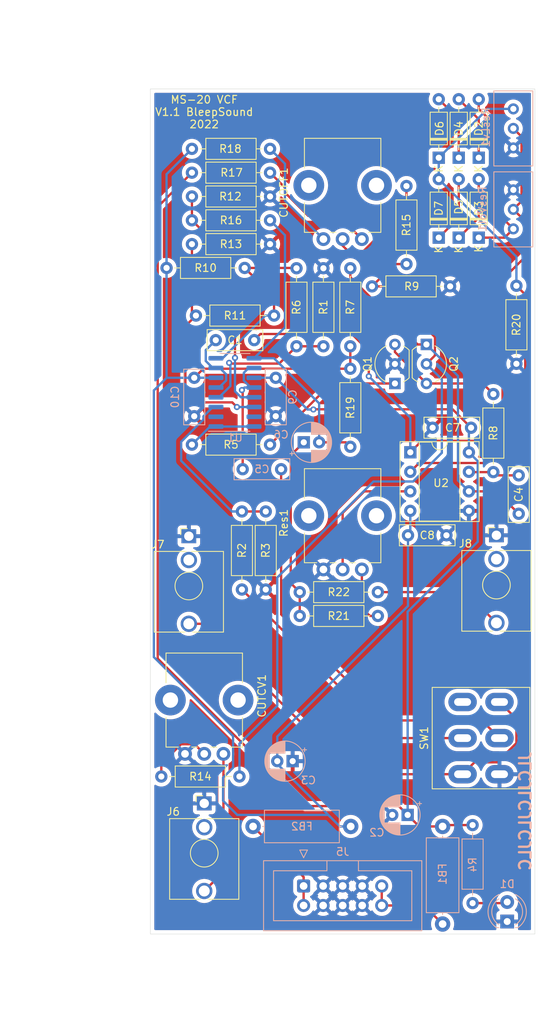
<source format=kicad_pcb>
(kicad_pcb (version 20211014) (generator pcbnew)
  (layers (0 "F.Cu" signal) (31 "B.Cu" signal) (34 "B.Paste" user) (35 "F.Paste" user) (36 "B.SilkS" user "B.Silkscreen") (37 "F.SilkS" user "F.Silkscreen") (38 "B.Mask" user) (39 "F.Mask" user) (44 "Edge.Cuts" user))
  (net 0 "")
  (net 1 "GND")
  (net 2 "+12V")
  (net 3 "-12V")
  (net 4 "Net-(C4-Pad1)")
  (net 5 "Net-(C5-Pad1)")
  (net 6 "Net-(C6-Pad2)")
  (net 7 "Net-(D3-Pad2)")
  (net 8 "Net-(R10-Pad2)")
  (net 9 "Net-(C1-Pad2)")
  (net 10 "Net-(C1-Pad1)")
  (net 11 "Net-(C4-Pad2)")
  (net 12 "/HPass")
  (net 13 "/Out1")
  (net 14 "Net-(R14-Pad2)")
  (net 15 "/CVIn")
  (net 16 "Net-(CUTOFF1-Pad1)")
  (net 17 "Net-(R15-Pad2)")
  (net 18 "Net-(R18-Pad2)")
  (net 19 "Net-(D1-Pad2)")
  (net 20 "Net-(D2-Pad2)")
  (net 21 "Net-(D2-Pad1)")
  (net 22 "Net-(D4-Pad1)")
  (net 23 "Net-(D5-Pad2)")
  (net 24 "Net-(D6-Pad1)")
  (net 25 "Net-(FB1-Pad2)")
  (net 26 "Net-(FB2-Pad2)")
  (net 27 "/LPass")
  (net 28 "/Cutoff")
  (net 29 "/ResOut")
  (net 30 "/FilterIn")
  (net 31 "/JackOut")
  (net 32 "Net-(Q1-Pad1)")
  (net 33 "Net-(Q1-Pad3)")
  (net 34 "Net-(R1-Pad2)")
  (net 35 "Net-(R2-Pad2)")
  (net 36 "Net-(R5-Pad2)")
  (net 37 "Net-(R11-Pad2)")
  (net 38 "Net-(R12-Pad2)")
  (net 39 "Net-(R21-Pad1)")
  (footprint "Capacitor_THT:C_Disc_D7.0mm_W2.5mm_P5.00mm" (layer "F.Cu") (at 82.9 86.8 -90)
    (fp_text reference "C4")
    (fp_text value "1nF")
  )
  (footprint "Synth:Pot-bourns-alpha" (layer "F.Cu") (at 44.5 123.05 90)
    (fp_text reference "CUTCV1")
    (fp_text value "100k")
  )
  (footprint "Synth:Pot-bourns-alpha" (layer "F.Cu") (at 62.5 56.05 90)
    (fp_text reference "CUTOFF1")
    (fp_text value "100k")
  )
  (footprint "Diode_THT:D_DO-35_SOD27_P7.62mm_Horizontal" (layer "F.Cu") (at 77.7 45.46 90)
    (fp_text reference "D2")
    (fp_text value "1N4148")
  )
  (footprint "Diode_THT:D_DO-35_SOD27_P7.62mm_Horizontal" (layer "F.Cu") (at 77.7 55.86 90)
    (fp_text reference "D3")
    (fp_text value "1N4148")
  )
  (footprint "Diode_THT:D_DO-35_SOD27_P7.62mm_Horizontal" (layer "F.Cu") (at 75.1 45.46 90)
    (fp_text reference "D4")
    (fp_text value "1N4148")
  )
  (footprint "Diode_THT:D_DO-35_SOD27_P7.62mm_Horizontal" (layer "F.Cu") (at 75.1 55.86 90)
    (fp_text reference "D5")
    (fp_text value "1N4148")
  )
  (footprint "Diode_THT:D_DO-35_SOD27_P7.62mm_Horizontal" (layer "F.Cu") (at 72.5 45.46 90)
    (fp_text reference "D6")
    (fp_text value "1N4148")
  )
  (footprint "Diode_THT:D_DO-35_SOD27_P7.62mm_Horizontal" (layer "F.Cu") (at 72.5 55.86 90)
    (fp_text reference "D7")
    (fp_text value "1N4148")
  )
  (footprint "Synth:Thonkiconn" (layer "F.Cu") (at 42 129.5)
    (fp_text reference "J6")
    (fp_text value "FilterCV1")
  )
  (footprint "Synth:Thonkiconn" (layer "F.Cu") (at 40 94.72)
    (fp_text reference "J7")
    (fp_text value "FilterIn1")
  )
  (footprint "Synth:Thonkiconn" (layer "F.Cu") (at 80 94.6)
    (fp_text reference "J8")
    (fp_text value "FilterOut1")
  )
  (footprint "Package_TO_SOT_THT:TO-92_Inline_Wide" (layer "F.Cu") (at 66.8 74.84 90)
    (fp_text reference "Q1")
    (fp_text value "BC559")
  )
  (footprint "Package_TO_SOT_THT:TO-92_Inline_Wide" (layer "F.Cu") (at 70.9 69.76 -90)
    (fp_text reference "Q2")
    (fp_text value "BC559")
  )
  (footprint "Resistor_THT:R_Axial_DIN0207_L6.3mm_D2.5mm_P10.16mm_Horizontal" (layer "F.Cu") (at 57.5 59.84 -90)
    (fp_text reference "R1")
    (fp_text value "470")
  )
  (footprint "Resistor_THT:R_Axial_DIN0207_L6.3mm_D2.5mm_P10.16mm_Horizontal" (layer "F.Cu") (at 50 101.66 90)
    (fp_text reference "R3")
    (fp_text value "470")
  )
  (footprint "Resistor_THT:R_Axial_DIN0207_L6.3mm_D2.5mm_P10.16mm_Horizontal" (layer "F.Cu") (at 50.56 82.8 180)
    (fp_text reference "R5")
    (fp_text value "2.2k")
  )
  (footprint "Resistor_THT:R_Axial_DIN0207_L6.3mm_D2.5mm_P10.16mm_Horizontal" (layer "F.Cu") (at 54 70 90)
    (fp_text reference "R6")
    (fp_text value "100k")
  )
  (footprint "Resistor_THT:R_Axial_DIN0207_L6.3mm_D2.5mm_P10.16mm_Horizontal" (layer "F.Cu") (at 61 70 90)
    (fp_text reference "R7")
    (fp_text value "100k")
  )
  (footprint "Resistor_THT:R_Axial_DIN0207_L6.3mm_D2.5mm_P10.16mm_Horizontal" (layer "F.Cu") (at 73.98 62.2 180)
    (fp_text reference "R9")
    (fp_text value "2.2k")
  )
  (footprint "Resistor_THT:R_Axial_DIN0207_L6.3mm_D2.5mm_P10.16mm_Horizontal" (layer "F.Cu") (at 51.08 66 180)
    (fp_text reference "R11")
    (fp_text value "100k")
  )
  (footprint "Resistor_THT:R_Axial_DIN0207_L6.3mm_D2.5mm_P10.16mm_Horizontal" (layer "F.Cu") (at 50.56 50.5 180)
    (fp_text reference "R12")
    (fp_text value "470")
  )
  (footprint "Resistor_THT:R_Axial_DIN0207_L6.3mm_D2.5mm_P10.16mm_Horizontal" (layer "F.Cu") (at 50.56 56.7 180)
    (fp_text reference "R13")
    (fp_text value "470")
  )
  (footprint "Resistor_THT:R_Axial_DIN0207_L6.3mm_D2.5mm_P10.16mm_Horizontal" (layer "F.Cu") (at 46.58 126 180)
    (fp_text reference "R14")
    (fp_text value "82k")
  )
  (footprint "Resistor_THT:R_Axial_DIN0207_L6.3mm_D2.5mm_P10.16mm_Horizontal" (layer "F.Cu") (at 68.3 59.3 90)
    (fp_text reference "R15")
    (fp_text value "100k")
  )
  (footprint "Resistor_THT:R_Axial_DIN0207_L6.3mm_D2.5mm_P10.16mm_Horizontal" (layer "F.Cu") (at 40.4 53.6)
    (fp_text reference "R16")
    (fp_text value "100k")
  )
  (footprint "Resistor_THT:R_Axial_DIN0207_L6.3mm_D2.5mm_P10.16mm_Horizontal" (layer "F.Cu") (at 50.56 47.4 180)
    (fp_text reference "R17")
    (fp_text value "33k")
  )
  (footprint "Resistor_THT:R_Axial_DIN0207_L6.3mm_D2.5mm_P10.16mm_Horizontal" (layer "F.Cu") (at 40.4 44.3)
    (fp_text reference "R18")
    (fp_text value "56k")
  )
  (footprint "Resistor_THT:R_Axial_DIN0207_L6.3mm_D2.5mm_P10.16mm_Horizontal" (layer "F.Cu") (at 82.6 72.28 90)
    (fp_text reference "R20")
    (fp_text value "2.2k")
  )
  (footprint "Resistor_THT:R_Axial_DIN0207_L6.3mm_D2.5mm_P10.16mm_Horizontal" (layer "F.Cu") (at 64.58 105.1 180)
    (fp_text reference "R21")
    (fp_text value "1k")
  )
  (footprint "Resistor_THT:R_Axial_DIN0207_L6.3mm_D2.5mm_P10.16mm_Horizontal" (layer "F.Cu") (at 64.58 102 180)
    (fp_text reference "R22")
    (fp_text value "1k")
  )
  (footprint "Synth:Pot-bourns-alpha" (layer "F.Cu") (at 62.5 99.05 90)
    (fp_text reference "Res1")
    (fp_text value "100k")
  )
  (footprint "Synth:SW_DPDT_Toggle" (layer "F.Cu") (at 78 121 90)
    (fp_text reference "SW1")
    (fp_text value "Hpass/Lpass Switch")
  )
  (footprint "Resistor_THT:R_Axial_DIN0207_L6.3mm_D2.5mm_P10.16mm_Horizontal" (layer "F.Cu") (at 79.6 76.22 -90)
    (fp_text reference "R8")
    (fp_text value "1k")
  )
  (footprint "Package_DIP:DIP-8_W7.62mm_Socket" (layer "F.Cu") (at 68.8 83.8)
    (fp_text reference "U2")
    (fp_text value "TL072")
  )
  (footprint "Capacitor_THT:C_Disc_D7.0mm_W2.5mm_P5.00mm" (layer "F.Cu") (at 43.5 69.2)
    (fp_text reference "C1")
    (fp_text value "1nF")
  )
  (footprint "Resistor_THT:R_Axial_DIN0207_L6.3mm_D2.5mm_P10.16mm_Horizontal" (layer "F.Cu") (at 46.9 101.66 90)
    (fp_text reference "R2")
    (fp_text value "100k")
  )
  (footprint "Resistor_THT:R_Axial_DIN0207_L6.3mm_D2.5mm_P10.16mm_Horizontal" (layer "F.Cu") (at 37.1 59.8)
    (fp_text reference "R10")
    (fp_text value "1.8k")
  )
  (footprint "Resistor_THT:R_Axial_DIN0207_L6.3mm_D2.5mm_P10.16mm_Horizontal" (layer "F.Cu") (at 61 72.92 -90)
    (fp_text reference "R19")
    (fp_text value "1.8k")
  )
  (footprint "Capacitor_THT:C_Disc_D7.0mm_W2.5mm_P5.00mm" (layer "F.Cu") (at 76.7 80.6 180)
    (fp_text reference "C7")
    (fp_text value "100nF")
  )
  (footprint "Capacitor_THT:C_Disc_D7.0mm_W2.5mm_P5.00mm" (layer "F.Cu") (at 73.5 94.6 180)
    (fp_text reference "C8")
    (fp_text value "100nF")
  )
  (footprint "Capacitor_THT:CP_Radial_D5.0mm_P2.00mm" (layer "B.Cu") (at 68.455112 131 180)
    (fp_text reference "C2")
    (fp_text value "10µ")
  )
  (footprint "Capacitor_THT:CP_Radial_D5.0mm_P2.00mm" (layer "B.Cu") (at 53.5 124 180)
    (fp_text reference "C3")
    (fp_text value "10µ")
  )
  (footprint "Capacitor_THT:CP_Radial_D5.0mm_P2.00mm" (layer "B.Cu") (at 54.944888 82.5)
    (fp_text reference "C6")
    (fp_text value "10µF")
  )
  (footprint "LED_THT:LED_D4.0mm" (layer "B.Cu") (at 81.4 144.875 90)
    (fp_text reference "D1")
    (fp_text value "LED-12V")
  )
  (footprint "Inductor_THT:L_Axial_L9.5mm_D4.0mm_P12.70mm_Horizontal_Fastron_SMCC" (layer "B.Cu") (at 61.05 132.5 180)
    (fp_text reference "FB2")
    (fp_text value "10R")
  )
  (footprint "Connector_IDC:IDC-Header_2x05_P2.54mm_Vertical" (layer "B.Cu") (at 54.925 140.2475 -90)
    (fp_text reference "J5")
    (fp_text value "Power Input")
  )
  (footprint "Potentiometer_THT:Potentiometer_Bourns_3386C_Horizontal" (layer "B.Cu") (at 82.2 44.18)
    (fp_text reference "ResLv1")
    (fp_text value "3.3k")
  )
  (footprint "Potentiometer_THT:Potentiometer_Bourns_3386C_Horizontal" (layer "B.Cu") (at 82.2 54.72)
    (fp_text reference "ResVol1")
    (fp_text value "10k")
  )
  (footprint "Resistor_THT:R_Axial_DIN0207_L6.3mm_D2.5mm_P10.16mm_Horizontal" (layer "B.Cu") (at 76.9 132.32 -90)
    (fp_text reference "R4")
    (fp_text value "2.2k")
  )
  (footprint "Inductor_THT:L_Axial_L9.5mm_D4.0mm_P12.70mm_Horizontal_Fastron_SMCC" (layer "B.Cu") (at 73 132.5 -90)
    (fp_text reference "FB1")
    (fp_text value "10R")
  )
  (footprint "Package_SO:SOIC-16_3.9x9.9mm_P1.27mm" (layer "B.Cu") (at 46 76)
    (fp_text reference "U1")
    (fp_text value "LM13700")
  )
  (footprint "Capacitor_THT:C_Disc_D7.0mm_W2.5mm_P5.00mm" (layer "B.Cu") (at 47 86)
    (fp_text reference "C5")
    (fp_text value "1nF")
  )
  (footprint "Capacitor_THT:C_Disc_D7.0mm_W2.5mm_P5.00mm" (layer "B.Cu") (at 51.3 74.1 -90)
    (fp_text reference "C9")
    (fp_text value "100nF")
  )
  (footprint "Capacitor_THT:C_Disc_D7.0mm_W2.5mm_P5.00mm" (layer "B.Cu") (at 40.7 79.1 90)
    (fp_text reference "C10")
    (fp_text value "100nF")
  )
  (gr_line (start 85 36.5) (end 85 146.5) (layer "Edge.Cuts") (width 0.05))
  (gr_line (start 35 36.5) (end 85 36.5) (layer "Edge.Cuts") (width 0.05))
  (gr_line (start 35 36.5) (end 35 146.5) (layer "Edge.Cuts") (width 0.05))
  (gr_line (start 35 146.5) (end 85 146.5) (layer "Edge.Cuts") (width 0.05))
  (gr_text "JLCJLCJLCJLC" (at 83.75 130.5 90) (layer "B.SilkS") (effects (font (size 1.5 1.5) (thickness 0.3)) (justify mirror)))
  (gr_text "MS-20 VCF\nV1.1 BleepSound\n2022" (at 42 39.5) (layer "F.SilkS") (effects (font (size 1 1))))
  (segment (start 56.219954 78.2) (end 56.195388 78.224566) (width 0.3) (layer "F.Cu") (net 2))
  (segment (start 76.9 132.32) (end 73.18 132.32) (width 0.3) (layer "F.Cu") (net 2))
  (segment (start 35.95 110.65) (end 35.95 51.85) (width 0.3) (layer "F.Cu") (net 2))
  (segment (start 69.955112 132.5) (end 68.455112 131) (width 0.3) (layer "F.Cu") (net 2))
  (segment (start 74.3 78.2) (end 56.219954 78.2) (width 0.3) (layer "F.Cu") (net 2))
  (segment (start 73 132.5) (end 69.955112 132.5) (width 0.3) (layer "F.Cu") (net 2))
  (segment (start 35.95 51.85) (end 40.4 47.4) (width 0.3) (layer "F.Cu") (net 2))
  (segment (start 73.18 132.32) (end 73 132.5) (width 0.3) (layer "F.Cu") (net 2))
  (segment (start 67.305112 129.85) (end 55.15 129.85) (width 0.3) (layer "F.Cu") (net 2))
  (segment (start 55.15 129.85) (end 35.95 110.65) (width 0.3) (layer "F.Cu") (net 2))
  (segment (start 68.455112 131) (end 67.305112 129.85) (width 0.3) (layer "F.Cu") (net 2))
  (segment (start 76.7 80.6) (end 74.3 78.2) (width 0.3) (layer "F.Cu") (net 2))
  (via (at 56.195388 78.224566) (size 0.8) (drill 0.4) (layers "F.Cu" "B.Cu") (net 2))
  (segment (start 68.455112 131) (end 68.455112 104.551994) (width 0.3) (layer "B.Cu") (net 2))
  (segment (start 77.57 84.95) (end 76.42 83.8) (width 0.3) (layer "B.Cu") (net 2))
  (segment (start 68.455112 104.551994) (end 77.57 95.437106) (width 0.3) (layer "B.Cu") (net 2))
  (segment (start 51.295 74.095) (end 51.3 74.1) (width 0.3) (layer "B.Cu") (net 2))
  (segment (start 48.475 74.095) (end 51.295 74.095) (width 0.3) (layer "B.Cu") (net 2))
  (segment (start 55.424566 78.224566) (end 51.3 74.1) (width 0.3) (layer "B.Cu") (net 2))
  (segment (start 76.42 80.88) (end 76.7 80.6) (width 0.3) (layer "B.Cu") (net 2))
  (segment (start 56.195388 78.224566) (end 55.424566 78.224566) (width 0.3) (layer "B.Cu") (net 2))
  (segment (start 77.57 95.437106) (end 77.57 84.95) (width 0.3) (layer "B.Cu") (net 2))
  (segment (start 76.42 83.8) (end 76.42 80.88) (width 0.3) (layer "B.Cu") (net 2))
  (segment (start 41.88 72.92) (end 61 72.92) (width 0.3) (layer "F.Cu") (net 3))
  (segment (start 40.7 74.1) (end 41.88 72.92) (width 0.3) (layer "F.Cu") (net 3))
  (segment (start 61 70) (end 61 72.92) (width 0.3) (layer "F.Cu") (net 3))
  (segment (start 35.45 75.75) (end 35.45 110.45) (width 0.3) (layer "B.Cu") (net 3))
  (segment (start 68.8 91.42) (end 68.8 94.3) (width 0.3) (layer "B.Cu") (net 3))
  (segment (start 37.1 59.8) (end 37.1 47.6) (width 0.3) (layer "B.Cu") (net 3))
  (segment (start 44.45 129.15) (end 46.3 131) (width 0.3) (layer "B.Cu") (net 3))
  (segment (start 45.75 120.75) (end 45.75 124.85) (width 0.3) (layer "B.Cu") (net 3))
  (segment (start 37.1 74.1) (end 40.7 74.1) (width 0.3) (layer "B.Cu") (net 3))
  (segment (start 37.1 74.1) (end 35.45 75.75) (width 0.3) (layer "B.Cu") (net 3))
  (segment (start 40.705 74.095) (end 40.7 74.1) (width 0.3) (layer "B.Cu") (net 3))
  (segment (start 68.8 94.3) (end 68.5 94.6) (width 0.3) (layer "B.Cu") (net 3))
  (segment (start 51.5 124) (end 51.5 120.8) (width 0.3) (layer "B.Cu") (net 3))
  (segment (start 61.05 132.5) (end 59.635787 132.5) (width 0.3) (layer "B.Cu") (net 3))
  (segment (start 68.5 103.8) (end 68.5 94.6) (width 0.3) (layer "B.Cu") (net 3))
  (segment (start 46.3 131) (end 58.135787 131) (width 0.3) (layer "B.Cu") (net 3))
  (segment (start 44.45 126.15) (end 44.45 129.15) (width 0.3) (layer "B.Cu") (net 3))
  (segment (start 45.75 124.85) (end 44.45 126.15) (width 0.3) (layer "B.Cu") (net 3))
  (segment (start 35.45 110.45) (end 45.75 120.75) (width 0.3) (layer "B.Cu") (net 3))
  (segment (start 58.135787 131) (end 59.635787 132.5) (width 0.3) (layer "B.Cu") (net 3))
  (segment (start 59.635787 132.5) (end 51.5 124.364213) (width 0.3) (layer "B.Cu") (net 3))
  (segment (start 37.1 47.6) (end 40.4 44.3) (width 0.3) (layer "B.Cu") (net 3))
  (segment (start 51.5 124.364213) (end 51.5 124) (width 0.3) (layer "B.Cu") (net 3))
  (segment (start 43.525 74.095) (end 40.705 74.095) (width 0.3) (layer "B.Cu") (net 3))
  (segment (start 37.1 74.1) (end 37.1 59.8) (width 0.3) (layer "B.Cu") (net 3))
  (segment (start 51.5 120.8) (end 68.5 103.8) (width 0.3) (layer "B.Cu") (net 3))
  (segment (start 79.6 86.38) (end 76.46 86.38) (width 0.3) (layer "F.Cu") (net 4))
  (segment (start 82.9 86.8) (end 80.02 86.8) (width 0.3) (layer "F.Cu") (net 4))
  (segment (start 80.02 86.8) (end 79.6 86.38) (width 0.3) (layer "F.Cu") (net 4))
  (segment (start 76.46 86.38) (end 76.42 86.34) (width 0.3) (layer "F.Cu") (net 4))
  (segment (start 47 75.8) (end 46.9 75.7) (width 0.3) (layer "F.Cu") (net 5))
  (segment (start 47 86) (end 47 75.8) (width 0.3) (layer "F.Cu") (net 5))
  (via (at 46.9 75.7) (size 0.8) (drill 0.4) (layers "F.Cu" "B.Cu") (net 5))
  (segment (start 47.15 74.452107) (end 47.15 73.45) (width 0.3) (layer "B.Cu") (net 5))
  (segment (start 47.15 73.45) (end 47.775 72.825) (width 0.3) (layer "B.Cu") (net 5))
  (segment (start 47.775 72.825) (end 48.475 72.825) (width 0.3) (layer "B.Cu") (net 5))
  (segment (start 48.475 75.365) (end 48.062893 75.365) (width 0.3) (layer "B.Cu") (net 5))
  (segment (start 46.9 75.7) (end 47.235 75.365) (width 0.3) (layer "B.Cu") (net 5))
  (segment (start 47.235 75.365) (end 48.475 75.365) (width 0.3) (layer "B.Cu") (net 5))
  (segment (start 48.062893 75.365) (end 47.15 74.452107) (width 0.3) (layer "B.Cu") (net 5))
  (segment (start 60.42 82.5) (end 61 83.08) (width 0.3) (layer "F.Cu") (net 6))
  (segment (start 56.944888 82.5) (end 60.42 82.5) (width 0.3) (layer "F.Cu") (net 6))
  (segment (start 51.074312 71.555) (end 56.944888 77.425576) (width 0.3) (layer "B.Cu") (net 6))
  (segment (start 52.5 67.53) (end 52.5 55.54) (width 0.3) (layer "B.Cu") (net 6))
  (segment (start 48.475 71.555) (end 51.074312 71.555) (width 0.3) (layer "B.Cu") (net 6))
  (segment (start 52.5 55.54) (end 50.56 53.6) (width 0.3) (layer "B.Cu") (net 6))
  (segment (start 48.475 71.555) (end 52.5 67.53) (width 0.3) (layer "B.Cu") (net 6))
  (segment (start 56.944888 77.425576) (end 56.944888 82.5) (width 0.3) (layer "B.Cu") (net 6))
  (segment (start 77.7 48.24) (end 77.7 53.26) (width 0.3) (layer "F.Cu") (net 7))
  (segment (start 77.7 53.26) (end 75.1 55.86) (width 0.3) (layer "F.Cu") (net 7))
  (segment (start 53.96 59.8) (end 54 59.84) (width 0.3) (layer "F.Cu") (net 8))
  (segment (start 47.26 59.8) (end 53.96 59.8) (width 0.3) (layer "F.Cu") (net 8))
  (segment (start 51.08 66) (end 51.08 63.62) (width 0.3) (layer "F.Cu") (net 8))
  (segment (start 51.08 63.62) (end 47.26 59.8) (width 0.3) (layer "F.Cu") (net 8))
  (segment (start 49.94863 66) (end 44.39363 71.555) (width 0.3) (layer "B.Cu") (net 8))
  (segment (start 51.08 66) (end 49.94863 66) (width 0.3) (layer "B.Cu") (net 8))
  (segment (start 44.39363 71.555) (end 43.525 71.555) (width 0.3) (layer "B.Cu") (net 8))
  (segment (start 82.2 52.18) (end 83.27 51.11) (width 0.3) (layer "F.Cu") (net 9))
  (segment (start 78.199311 82.300689) (end 70.299311 82.300689) (width 0.3) (layer "F.Cu") (net 9))
  (segment (start 80.8 79.7) (end 78.199311 82.300689) (width 0.3) (layer "F.Cu") (net 9))
  (segment (start 49.299999 68.400001) (end 61.200001 68.400001) (width 0.3) (layer "F.Cu") (net 9))
  (segment (start 83.27 42.71) (end 82.2 41.64) (width 0.3) (layer "F.Cu") (net 9))
  (segment (start 83.27 51.11) (end 83.27 42.71) (width 0.3) (layer "F.Cu") (net 9))
  (segment (start 70.299311 82.300689) (end 68.8 83.8) (width 0.3) (layer "F.Cu") (net 9))
  (segment (start 80.8 61.3) (end 80.8 79.7) (width 0.3) (layer "F.Cu") (net 9))
  (segment (start 82.2 52.18) (end 83.9 53.88) (width 0.3) (layer "F.Cu") (net 9))
  (segment (start 63.4 70.6) (end 63.4 73.9) (width 0.3) (layer "F.Cu") (net 9))
  (segment (start 48.5 69.2) (end 49.299999 68.400001) (width 0.3) (layer "F.Cu") (net 9))
  (segment (start 83.9 53.88) (end 83.9 58.2) (width 0.3) (layer "F.Cu") (net 9))
  (segment (start 61.200001 68.400001) (end 63.4 70.6) (width 0.3) (layer "F.Cu") (net 9))
  (segment (start 83.9 58.2) (end 80.8 61.3) (width 0.3) (layer "F.Cu") (net 9))
  (via (at 63.4 73.9) (size 0.8) (drill 0.4) (layers "F.Cu" "B.Cu") (net 9))
  (segment (start 63.4 73.9) (end 68.8 79.3) (width 0.3) (layer "B.Cu") (net 9))
  (segment (start 68.8 79.3) (end 68.8 83.8) (width 0.3) (layer "B.Cu") (net 9))
  (segment (start 43.525 72.825) (end 43.112893 72.825) (width 0.3) (layer "B.Cu") (net 10))
  (segment (start 42.2 70.5) (end 43.5 69.2) (width 0.3) (layer "B.Cu") (net 10))
  (segment (start 44.85 74.452107) (end 44.85 73.65) (width 0.3) (layer "B.Cu") (net 10))
  (segment (start 43.525 75.365) (end 43.937107 75.365) (width 0.3) (layer "B.Cu") (net 10))
  (segment (start 44.025 72.825) (end 43.525 72.825) (width 0.3) (layer "B.Cu") (net 10))
  (segment (start 43.112893 72.825) (end 42.2 71.912107) (width 0.3) (layer "B.Cu") (net 10))
  (segment (start 43.937107 75.365) (end 44.85 74.452107) (width 0.3) (layer "B.Cu") (net 10))
  (segment (start 44.85 73.65) (end 44.025 72.825) (width 0.3) (layer "B.Cu") (net 10))
  (segment (start 42.2 71.912107) (end 42.2 70.5) (width 0.3) (layer "B.Cu") (net 10))
  (segment (start 76.42 88.88) (end 79.98 88.88) (width 0.3) (layer "F.Cu") (net 11))
  (segment (start 69.753654 69.76) (end 61 61.006346) (width 0.3) (layer "F.Cu") (net 11))
  (segment (start 70.9 69.76) (end 69.753654 69.76) (width 0.3) (layer "F.Cu") (net 11))
  (segment (start 61 61.006346) (end 61 59.84) (width 0.3) (layer "F.Cu") (net 11))
  (segment (start 79.98 88.88) (end 82.9 91.8) (width 0.3) (layer "F.Cu") (net 11))
  (segment (start 75 87.46) (end 76.42 88.88) (width 0.3) (layer "B.Cu") (net 11))
  (segment (start 70.9 69.76) (end 75 73.86) (width 0.3) (layer "B.Cu") (net 11))
  (segment (start 75 73.86) (end 75 87.46) (width 0.3) (layer "B.Cu") (net 11))
  (segment (start 80.4 121) (end 78.1 118.7) (width 0.3) (layer "F.Cu") (net 12))
  (segment (start 52 104.9) (end 52 86) (width 0.3) (layer "F.Cu") (net 12))
  (segment (start 65.8 118.7) (end 52 104.9) (width 0.3) (layer "F.Cu") (net 12))
  (segment (start 78.1 118.7) (end 65.8 118.7) (width 0.3) (layer "F.Cu") (net 12))
  (segment (start 54.42 102) (end 53.25 100.83) (width 0.3) (layer "F.Cu") (net 13))
  (segment (start 53.25 84.194888) (end 54.944888 82.5) (width 0.3) (layer "F.Cu") (net 13))
  (segment (start 53.25 100.83) (end 53.25 84.194888) (width 0.3) (layer "F.Cu") (net 13))
  (segment (start 54.42 105.1) (end 54.42 102) (width 0.3) (layer "F.Cu") (net 13))
  (segment (start 38.982233 121.8) (end 40.75 121.8) (width 0.3) (layer "F.Cu") (net 14))
  (segment (start 36.42 126) (end 36.42 124.362233) (width 0.3) (layer "F.Cu") (net 14))
  (segment (start 40.75 121.8) (end 42 123.05) (width 0.3) (layer "F.Cu") (net 14))
  (segment (start 36.42 124.362233) (end 38.982233 121.8) (width 0.3) (layer "F.Cu") (net 14))
  (segment (start 44.5 138.4) (end 42 140.9) (width 0.3) (layer "F.Cu") (net 15))
  (segment (start 44.5 123.05) (end 44.5 138.4) (width 0.3) (layer "F.Cu") (net 15))
  (segment (start 50.56 47.4) (end 52.5 49.34) (width 0.3) (layer "F.Cu") (net 16))
  (segment (start 59.45 53) (end 62.5 56.05) (width 0.3) (layer "F.Cu") (net 16))
  (segment (start 52.5 50) (end 55.5 53) (width 0.3) (layer "F.Cu") (net 16))
  (segment (start 52.5 49.34) (end 52.5 50) (width 0.3) (layer "F.Cu") (net 16))
  (segment (start 55.5 53) (end 59.45 53) (width 0.3) (layer "F.Cu") (net 16))
  (segment (start 68.3 49.14) (end 68.3 52.017767) (width 0.3) (layer "F.Cu") (net 17))
  (segment (start 68.3 52.017767) (end 62.717767 57.6) (width 0.3) (layer "F.Cu") (net 17))
  (segment (start 62.717767 57.6) (end 60.7 57.6) (width 0.3) (layer "F.Cu") (net 17))
  (segment (start 60 56.05) (end 60 56.9) (width 0.3) (layer "F.Cu") (net 17))
  (segment (start 60 56.9) (end 60.7 57.6) (width 0.3) (layer "F.Cu") (net 17))
  (segment (start 52.5 46.24) (end 50.56 44.3) (width 0.3) (layer "B.Cu") (net 18))
  (segment (start 52.5 51.05) (end 52.5 46.24) (width 0.3) (layer "B.Cu") (net 18))
  (segment (start 57.5 56.05) (end 52.5 51.05) (width 0.3) (layer "B.Cu") (net 18))
  (segment (start 76.9 142.48) (end 81.255 142.48) (width 0.3) (layer "F.Cu") (net 19))
  (segment (start 81.255 142.48) (end 81.4 142.335) (width 0.3) (layer "F.Cu") (net 19))
  (segment (start 77.7 39.1) (end 77.7 37.84) (width 0.3) (layer "F.Cu") (net 20))
  (segment (start 79.4 51.92) (end 79.4 40.8) (width 0.3) (layer "F.Cu") (net 20))
  (segment (start 77.7 55.86) (end 81.06 55.86) (width 0.3) (layer "F.Cu") (net 20))
  (segment (start 81.06 55.86) (end 82.2 54.72) (width 0.3) (layer "F.Cu") (net 20))
  (segment (start 79.4 40.8) (end 77.7 39.1) (width 0.3) (layer "F.Cu") (net 20))
  (segment (start 82.2 54.72) (end 79.4 51.92) (width 0.3) (layer "F.Cu") (net 20))
  (segment (start 77.7 40.44) (end 75.1 37.84) (width 0.3) (layer "F.Cu") (net 21))
  (segment (start 77.7 45.46) (end 77.7 40.44) (width 0.3) (layer "F.Cu") (net 21))
  (segment (start 75.1 45.46) (end 75.1 40.44) (width 0.3) (layer "F.Cu") (net 22))
  (segment (start 75.1 40.44) (end 72.5 37.84) (width 0.3) (layer "F.Cu") (net 22))
  (segment (start 75.1 48.24) (end 75.1 53.26) (width 0.3) (layer "F.Cu") (net 23))
  (segment (start 75.1 53.26) (end 72.5 55.86) (width 0.3) (layer "F.Cu") (net 23))
  (segment (start 83.75 63.27) (end 83.75 79.85) (width 0.3) (layer "F.Cu") (net 24))
  (segment (start 82.6 62.12) (end 83.75 63.27) (width 0.3) (layer "F.Cu") (net 24))
  (segment (start 83.75 79.85) (end 78.41 85.19) (width 0.3) (layer "F.Cu") (net 24))
  (segment (start 69.95 85.19) (end 68.8 86.34) (width 0.3) (layer "F.Cu") (net 24))
  (segment (start 78.41 85.19) (end 69.95 85.19) (width 0.3) (layer "F.Cu") (net 24))
  (segment (start 78.86 39.1) (end 72.5 45.46) (width 0.3) (layer "B.Cu") (net 24))
  (segment (start 72.5 48.24) (end 82.6 58.34) (width 0.3) (layer "B.Cu") (net 24))
  (segment (start 82.2 39.1) (end 78.86 39.1) (width 0.3) (layer "B.Cu") (net 24))
  (segment (start 72.5 45.46) (end 72.5 48.24) (width 0.3) (layer "B.Cu") (net 24))
  (segment (start 82.6 58.34) (end 82.6 62.12) (width 0.3) (layer "B.Cu") (net 24))
  (segment (start 70.5875 142.7875) (end 73 145.2) (width 0.3) (layer "F.Cu") (net 25))
  (segment (start 65.085 142.7875) (end 70.5875 142.7875) (width 0.3) (layer "F.Cu") (net 25))
  (segment (start 65.085 140.2475) (end 65.085 142.7875) (width 0.3) (layer "F.Cu") (net 25))
  (segment (start 54.925 140.2475) (end 54.925 139.075) (width 0.3) (layer "F.Cu") (net 26))
  (segment (start 54.925 139.075) (end 48.35 132.5) (width 0.3) (layer "F.Cu") (net 26))
  (segment (start 54.925 140.2475) (end 54.925 142.7875) (width 0.3) (layer "F.Cu") (net 26))
  (segment (start 66.24 121) (end 46.9 101.66) (width 0.3) (layer "F.Cu") (net 27))
  (segment (start 75.6 121) (end 66.24 121) (width 0.3) (layer "F.Cu") (net 27))
  (segment (start 65.4 62.2) (end 63.82 62.2) (width 0.3) (layer "F.Cu") (net 28))
  (segment (start 66.72 59.3) (end 63.82 62.2) (width 0.3) (layer "F.Cu") (net 28))
  (segment (start 68.3 59.3) (end 66.72 59.3) (width 0.3) (layer "F.Cu") (net 28))
  (segment (start 70.9 72.3) (end 72 71.2) (width 0.3) (layer "F.Cu") (net 28))
  (segment (start 72 71.2) (end 72 68.8) (width 0.3) (layer "F.Cu") (net 28))
  (segment (start 72 68.8) (end 65.4 62.2) (width 0.3) (layer "F.Cu") (net 28))
  (segment (start 64 87.6) (end 51.499311 100.100689) (width 0.3) (layer "B.Cu") (net 28))
  (segment (start 72.9 74.3) (end 72.9 83.866346) (width 0.3) (layer "B.Cu") (net 28))
  (segment (start 51.499311 116.800689) (end 46.58 121.72) (width 0.3) (layer "B.Cu") (net 28))
  (segment (start 69.166346 87.6) (end 64 87.6) (width 0.3) (layer "B.Cu") (net 28))
  (segment (start 72.9 83.866346) (end 69.166346 87.6) (width 0.3) (layer "B.Cu") (net 28))
  (segment (start 51.499311 100.100689) (end 51.499311 116.800689) (width 0.3) (layer "B.Cu") (net 28))
  (segment (start 70.9 72.3) (end 72.9 74.3) (width 0.3) (layer "B.Cu") (net 28))
  (segment (start 46.58 121.72) (end 46.58 126) (width 0.3) (layer "B.Cu") (net 28))
  (segment (start 60 91.7) (end 60 99.05) (width 0.3) (layer "F.Cu") (net 29))
  (segment (start 68.8 88.88) (end 62.82 88.88) (width 0.3) (layer "F.Cu") (net 29))
  (segment (start 62.82 88.88) (end 60 91.7) (width 0.3) (layer "F.Cu") (net 29))
  (segment (start 75.6 125.7) (end 77.15 124.15) (width 0.3) (layer "F.Cu") (net 30))
  (segment (start 82.6 121.642031) (end 82.6 118.5) (width 0.3) (layer "F.Cu") (net 30))
  (segment (start 40 106.12) (end 41.72 106.12) (width 0.3) (layer "F.Cu") (net 30))
  (segment (start 61.3 125.7) (end 75.6 125.7) (width 0.3) (layer "F.Cu") (net 30))
  (segment (start 41.72 106.12) (end 61.3 125.7) (width 0.3) (layer "F.Cu") (net 30))
  (segment (start 82.6 118.5) (end 80.4 116.3) (width 0.3) (layer "F.Cu") (net 30))
  (segment (start 77.15 124.15) (end 80.092031 124.15) (width 0.3) (layer "F.Cu") (net 30))
  (segment (start 80.092031 124.15) (end 82.6 121.642031) (width 0.3) (layer "F.Cu") (net 30))
  (segment (start 76 102) (end 64.58 102) (width 0.3) (layer "F.Cu") (net 31))
  (segment (start 80 106) (end 76 102) (width 0.3) (layer "F.Cu") (net 31))
  (segment (start 50.56 82.8) (end 58.52 74.84) (width 0.3) (layer "F.Cu") (net 32))
  (segment (start 58.52 74.84) (end 66.8 74.84) (width 0.3) (layer "F.Cu") (net 32))
  (segment (start 70.9 74.84) (end 78.22 74.84) (width 0.3) (layer "F.Cu") (net 33))
  (segment (start 70.9 74.84) (end 66.8 70.74) (width 0.3) (layer "F.Cu") (net 33))
  (segment (start 66.8 70.74) (end 66.8 69.76) (width 0.3) (layer "F.Cu") (net 33))
  (segment (start 78.22 74.84) (end 79.6 76.22) (width 0.3) (layer "F.Cu") (net 33))
  (segment (start 57.5 70) (end 54 70) (width 0.3) (layer "F.Cu") (net 34))
  (segment (start 45.241121 72.150468) (end 45.340653 72.25) (width 0.3) (layer "F.Cu") (net 34))
  (segment (start 51.75 72.25) (end 54 70) (width 0.3) (layer "F.Cu") (net 34))
  (segment (start 45.340653 72.25) (end 51.75 72.25) (width 0.3) (layer "F.Cu") (net 34))
  (via (at 45.241121 72.150468) (size 0.8) (drill 0.4) (layers "F.Cu" "B.Cu") (net 34))
  (segment (start 43.525 76.635) (end 43.937107 76.635) (width 0.3) (layer "B.Cu") (net 34))
  (segment (start 45.4 72.4) (end 45.4 72.309347) (width 0.3) (layer "B.Cu") (net 34))
  (segment (start 43.937107 76.635) (end 45.4 75.172107) (width 0.3) (layer "B.Cu") (net 34))
  (segment (start 45.4 72.309347) (end 45.241121 72.150468) (width 0.3) (layer "B.Cu") (net 34))
  (segment (start 45.4 75.172107) (end 45.4 72.4) (width 0.3) (layer "B.Cu") (net 34))
  (segment (start 50 91.5) (end 46.9 91.5) (width 0.3) (layer "F.Cu") (net 35))
  (segment (start 43.525 77.905) (end 43.112893 77.905) (width 0.3) (layer "B.Cu") (net 35))
  (segment (start 41.9 79.526346) (end 39 82.426346) (width 0.3) (layer "B.Cu") (net 35))
  (segment (start 41.9 79.117893) (end 41.9 79.526346) (width 0.3) (layer "B.Cu") (net 35))
  (segment (start 43.112893 77.905) (end 41.9 79.117893) (width 0.3) (layer "B.Cu") (net 35))
  (segment (start 39 84.9) (end 45.6 91.5) (width 0.3) (layer "B.Cu") (net 35))
  (segment (start 39 82.426346) (end 39 84.9) (width 0.3) (layer "B.Cu") (net 35))
  (segment (start 45.6 91.5) (end 46.9 91.5) (width 0.3) (layer "B.Cu") (net 35))
  (segment (start 42.755 80.445) (end 40.4 82.8) (width 0.3) (layer "B.Cu") (net 36))
  (segment (start 43.525 80.445) (end 42.755 80.445) (width 0.3) (layer "B.Cu") (net 36))
  (segment (start 48.475 80.445) (end 43.525 80.445) (width 0.3) (layer "B.Cu") (net 36))
  (segment (start 45.6455 77.3) (end 41.2 77.3) (width 0.3) (layer "F.Cu") (net 37))
  (segment (start 41.2 77.3) (end 39.55 75.65) (width 0.3) (layer "F.Cu") (net 37))
  (segment (start 39.55 75.65) (end 39.55 67.37) (width 0.3) (layer "F.Cu") (net 37))
  (segment (start 40.4 65.48) (end 40.92 66) (width 0.3) (layer "F.Cu") (net 37))
  (segment (start 39.55 67.37) (end 40.92 66) (width 0.3) (layer "F.Cu") (net 37))
  (segment (start 40.4 56.7) (end 40.4 65.48) (width 0.3) (layer "F.Cu") (net 37))
  (segment (start 46.2505 77.905) (end 45.6455 77.3) (width 0.3) (layer "F.Cu") (net 37))
  (via (at 46.2505 77.905) (size 0.8) (drill 0.4) (layers "F.Cu" "B.Cu") (net 37))
  (segment (start 48.475 77.905) (end 46.305 77.905) (width 0.3) (layer "B.Cu") (net 37))
  (segment (start 46.305 77.905) (end 46.3 77.9) (width 0.3) (layer "B.Cu") (net 37))
  (segment (start 46.295 77.905) (end 46.2505 77.905) (width 0.3) (layer "B.Cu") (net 37))
  (segment (start 46.3 77.9) (end 46.295 77.905) (width 0.3) (layer "B.Cu") (net 37))
  (segment (start 46 68.5) (end 43.4 65.9) (width 0.3) (layer "F.Cu") (net 38))
  (segment (start 43.4 56.6) (end 40.4 53.6) (width 0.3) (layer "F.Cu") (net 38))
  (segment (start 46 71.5) (end 46 68.5) (width 0.3) (layer "F.Cu") (net 38))
  (segment (start 43.4 65.9) (end 43.4 56.6) (width 0.3) (layer "F.Cu") (net 38))
  (segment (start 40.4 53.6) (end 40.4 50.5) (width 0.3) (layer "F.Cu") (net 38))
  (via (at 46 71.5) (size 0.8) (drill 0.4) (layers "F.Cu" "B.Cu") (net 38))
  (segment (start 48.475 76.635) (end 46.774339 76.635) (width 0.3) (layer "B.Cu") (net 38))
  (segment (start 46 75.860661) (end 46 71.5) (width 0.3) (layer "B.Cu") (net 38))
  (segment (start 46.774339 76.635) (end 46 75.860661) (width 0.3) (layer "B.Cu") (net 38))
  (segment (start 63.55 105.1) (end 64.58 105.1) (width 0.3) (layer "F.Cu") (net 39))
  (segment (start 62.5 104.05) (end 63.55 105.1) (width 0.3) (layer "F.Cu") (net 39))
  (segment (start 62.5 99.05) (end 62.5 104.05) (width 0.3) (layer "F.Cu") (net 39))
  (zone (net 1) (net_name "GND") (layer "F.Cu") (connect_pads (clearance 0.508)) (min_thickness 0.254) (fill yes (thermal_gap 0.508) (thermal_bridge_width 0.508))
    (polygon (pts (xy 85 146.5) (xy 35 146.5) (xy 35 36.5) (xy 85 36.5)))
  )
  (zone (net 1) (net_name "GND") (layer "B.Cu") (connect_pads (clearance 0.508)) (min_thickness 0.254) (fill yes (thermal_gap 0.508) (thermal_bridge_width 0.508))
    (polygon (pts (xy 85 146.5) (xy 35 146.5) (xy 35 36.5) (xy 85 36.5)))
  )
)
</source>
